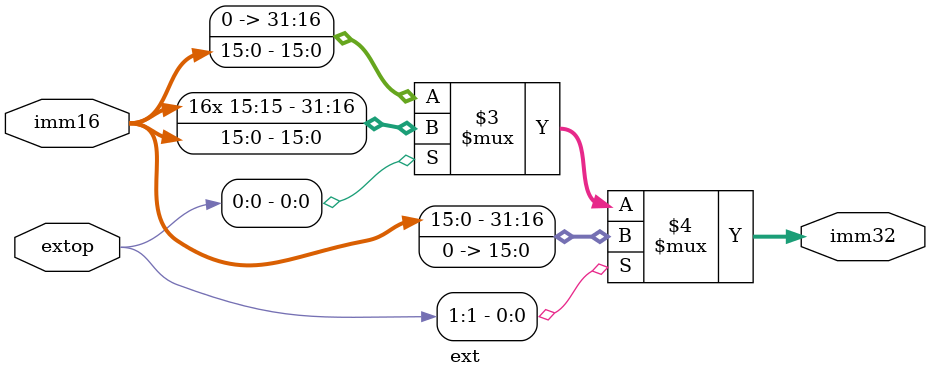
<source format=v>
`timescale 1ns / 1ps
module ext(
    input [1:0] extop,
    input [15:0] imm16,
    output [31:0] imm32
    );
	//assign imm32=(~extop[1])?((~extop[0])?{{16{imm16[15]}},imm16}:{16'b0,imm16}):{imm16,16'b0};
	assign imm32=(~extop[1])?((~extop[0])?{16'b0,imm16}:{{16{imm16[15]}},imm16}):{imm16,16'b0};
endmodule
</source>
